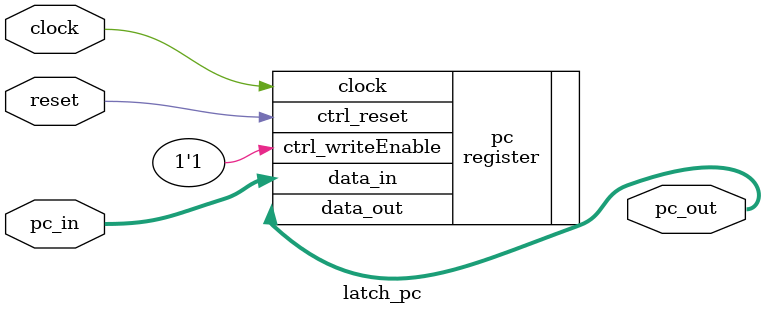
<source format=v>
module latch_pc (pc_in, clock, reset, pc_out);

input [31:0] pc_in;
input clock, reset;

output [31:0] pc_out;

register pc (
    .data_out(pc_out),
	 .clock(clock),
    .ctrl_writeEnable(1'b1),
    .ctrl_reset(reset),
	 .data_in(pc_in)
);

endmodule 
</source>
